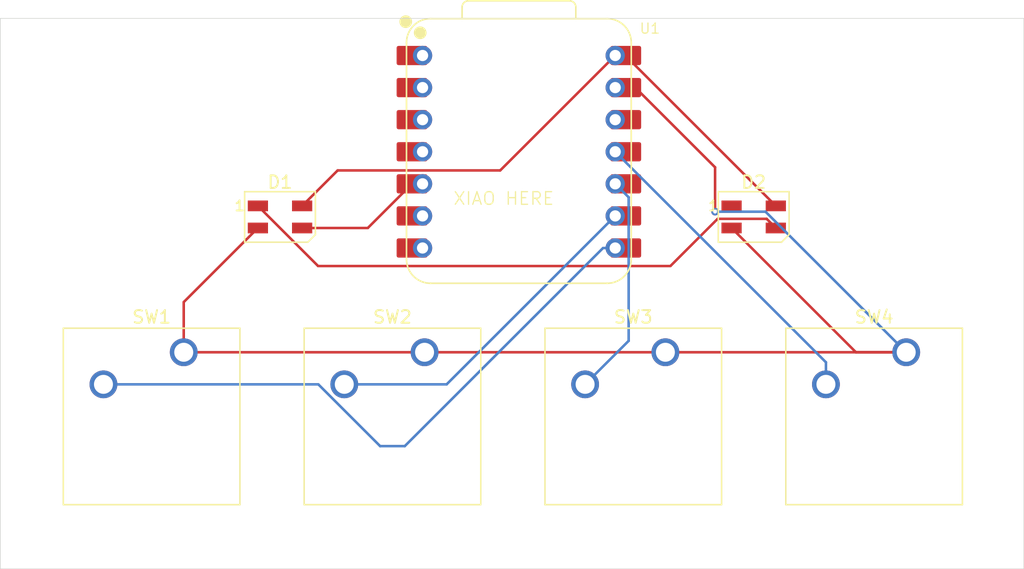
<source format=kicad_pcb>
(kicad_pcb (version 20241229) (generator "pcbnew") (generator_version "9.0")
  (layers (0 "F.Cu" signal) (2 "B.Cu" signal) (13 "F.Paste" user) (15 "B.Paste" user) (5 "F.SilkS" user "F.Silkscreen") (7 "B.SilkS" user "B.Silkscreen") (1 "F.Mask" user) (3 "B.Mask" user) (25 "Edge.Cuts" user))
  (net 0 "")
  (net 1 "+5V")
  (net 2 "GND")
  (net 3 "Net-(D1-DIN)")
  (net 4 "Net-(D1-DOUT)")
  (net 6 "Net-(U1-GPIO1{slash}RX)")
  (net 7 "Net-(U1-GPIO2{slash}SCK)")
  (net 8 "Net-(U1-GPIO4{slash}MISO)")
  (net 9 "Net-(U1-GPIO3{slash}MOSI)")
  (footprint "Button_Switch_Keyboard:SW_Cherry_MX_1.00u_PCB" (layer "F.Cu") (at 169.2275 94.9325)
    (property "Reference" "SW1" (at -2.54 -2.794 0) (layer "F.SilkS"))
    (property "Value" "SW_Push")
    (fp_line (start -9.525 -1.905) (end 4.445 -1.905) (stroke (width 0.12)) (layer "F.SilkS"))
    (fp_line (start -9.525 12.065) (end -9.525 -1.905) (stroke (width 0.12)) (layer "F.SilkS"))
    (fp_line (start 4.445 -1.905) (end 4.445 12.065) (stroke (width 0.12)) (layer "F.SilkS"))
    (fp_line (start 4.445 12.065) (end -9.525 12.065) (stroke (width 0.12)) (layer "F.SilkS"))
    (pad "" np_thru_hole circle (at -7.62 5.08) (size 1.7 1.7) (drill 1.7) (layers "*.Cu" "*.Mask"))
    (pad "" np_thru_hole circle (at -2.54 5.08) (size 4 4) (drill 4) (layers "*.Cu" "*.Mask"))
    (pad "" np_thru_hole circle (at 2.54 5.08) (size 1.7 1.7) (drill 1.7) (layers "*.Cu" "*.Mask"))
    (pad "1" thru_hole circle (at 0 0) (size 2.2 2.2) (drill 1.5) (layers "*.Cu" "*.Mask") (net 2 "GND"))
    (pad "2" thru_hole circle (at -6.35 2.54) (size 2.2 2.2) (drill 1.5) (layers "*.Cu" "*.Mask") (net 6 "Net-(U1-GPIO1{slash}RX)"))
  )
  (footprint "Button_Switch_Keyboard:SW_Cherry_MX_1.00u_PCB" (layer "F.Cu") (at 226.3775 94.9325)
    (property "Reference" "SW4" (at -2.54 -2.794 0) (layer "F.SilkS"))
    (property "Value" "SW_Push")
    (fp_line (start -9.525 -1.905) (end 4.445 -1.905) (stroke (width 0.12)) (layer "F.SilkS"))
    (fp_line (start -9.525 12.065) (end -9.525 -1.905) (stroke (width 0.12)) (layer "F.SilkS"))
    (fp_line (start 4.445 -1.905) (end 4.445 12.065) (stroke (width 0.12)) (layer "F.SilkS"))
    (fp_line (start 4.445 12.065) (end -9.525 12.065) (stroke (width 0.12)) (layer "F.SilkS"))
    (pad "" np_thru_hole circle (at -7.62 5.08) (size 1.7 1.7) (drill 1.7) (layers "*.Cu" "*.Mask"))
    (pad "" np_thru_hole circle (at -2.54 5.08) (size 4 4) (drill 4) (layers "*.Cu" "*.Mask"))
    (pad "" np_thru_hole circle (at 2.54 5.08) (size 1.7 1.7) (drill 1.7) (layers "*.Cu" "*.Mask"))
    (pad "1" thru_hole circle (at 0 0) (size 2.2 2.2) (drill 1.5) (layers "*.Cu" "*.Mask") (net 2 "GND"))
    (pad "2" thru_hole circle (at -6.35 2.54) (size 2.2 2.2) (drill 1.5) (layers "*.Cu" "*.Mask") (net 9 "Net-(U1-GPIO3{slash}MOSI)"))
  )
  (footprint "Button_Switch_Keyboard:SW_Cherry_MX_1.00u_PCB" (layer "F.Cu") (at 207.3275 94.9325)
    (property "Reference" "SW3" (at -2.54 -2.794 0) (layer "F.SilkS"))
    (property "Value" "SW_Push")
    (fp_line (start -9.525 -1.905) (end 4.445 -1.905) (stroke (width 0.12)) (layer "F.SilkS"))
    (fp_line (start -9.525 12.065) (end -9.525 -1.905) (stroke (width 0.12)) (layer "F.SilkS"))
    (fp_line (start 4.445 -1.905) (end 4.445 12.065) (stroke (width 0.12)) (layer "F.SilkS"))
    (fp_line (start 4.445 12.065) (end -9.525 12.065) (stroke (width 0.12)) (layer "F.SilkS"))
    (pad "" np_thru_hole circle (at -7.62 5.08) (size 1.7 1.7) (drill 1.7) (layers "*.Cu" "*.Mask"))
    (pad "" np_thru_hole circle (at -2.54 5.08) (size 4 4) (drill 4) (layers "*.Cu" "*.Mask"))
    (pad "" np_thru_hole circle (at 2.54 5.08) (size 1.7 1.7) (drill 1.7) (layers "*.Cu" "*.Mask"))
    (pad "1" thru_hole circle (at 0 0) (size 2.2 2.2) (drill 1.5) (layers "*.Cu" "*.Mask") (net 2 "GND"))
    (pad "2" thru_hole circle (at -6.35 2.54) (size 2.2 2.2) (drill 1.5) (layers "*.Cu" "*.Mask") (net 8 "Net-(U1-GPIO4{slash}MISO)"))
  )
  (footprint "LED_SMD:LED_SK6812MINI_PLCC4_3.5x3.5mm_P1.75mm" (layer "F.Cu") (at 214.3125 84.21875)
    (property "Reference" "D2" (at 0 -2.75 0) (layer "F.SilkS"))
    (property "Value" "SK6812MINI")
    (fp_line (start -2.8 -2) (end -2.8 2) (stroke (width 0.12)) (layer "F.SilkS"))
    (fp_line (start -2.8 -2) (end 2.8 -2) (stroke (width 0.12)) (layer "F.SilkS"))
    (fp_line (start -2.8 2) (end 2.2 2) (stroke (width 0.12)) (layer "F.SilkS"))
    (fp_line (start 2.8 1.4) (end 2.2 2) (stroke (width 0.12)) (layer "F.SilkS"))
    (fp_line (start 2.8 1.4) (end 2.8 -2) (stroke (width 0.12)) (layer "F.SilkS"))
    (fp_text user "1" (at -3.2 -0.875 0) (layer "F.SilkS") (effects (font (size 0.8 0.8))))
    (pad "1" smd rect (at -1.75 -0.875) (size 1.6 0.85) (layers "F.Cu" "F.Mask" "F.Paste"))
    (pad "2" smd rect (at -1.75 0.875) (size 1.6 0.85) (layers "F.Cu" "F.Mask" "F.Paste") (net 2 "GND"))
    (pad "3" smd rect (at 1.75 0.875) (size 1.6 0.85) (layers "F.Cu" "F.Mask" "F.Paste") (net 4 "Net-(D1-DOUT)"))
    (pad "4" smd rect (at 1.75 -0.875) (size 1.6 0.85) (layers "F.Cu" "F.Mask" "F.Paste") (net 1 "+5V"))
  )
  (footprint "OPL:XIAO-RP2040-DIP" (layer "F.Cu") (at 195.73875 79.0575)
    (property "Reference" "U1" (at 10.36125 -9.7575 0) (layer "F.SilkS") (effects (font (size 0.8 0.8) (thickness 0.1))))
    (property "Value" "XIAO-RP2040-DIP")
    (fp_line (start -8.89 8.509) (end -8.89 -8.636) (stroke (width 0.127)) (layer "F.SilkS"))
    (fp_line (start -6.985 10.414) (end 6.985 10.414) (stroke (width 0.127)) (layer "F.SilkS"))
    (fp_line (start -4.495 -10.541) (end -4.491272 -11.451272) (stroke (width 0.127)) (layer "F.SilkS"))
    (fp_line (start -3.991272 -11.951) (end 4.004 -11.951) (stroke (width 0.127)) (layer "F.SilkS"))
    (fp_line (start 4.504 -11.451) (end 4.504 -10.541) (stroke (width 0.127)) (layer "F.SilkS"))
    (fp_line (start 6.985 -10.541) (end -6.985 -10.541) (stroke (width 0.1)) (layer "F.SilkS"))
    (fp_line (start 6.985 -10.541) (end -6.985 -10.541) (stroke (width 0.127)) (layer "F.SilkS"))
    (fp_line (start 8.89 8.509) (end 8.89 -8.636) (stroke (width 0.127)) (layer "F.SilkS"))
    (fp_arc (start -8.89 -8.636) (mid -8.332038 -9.983038) (end -6.985 -10.541) (stroke (width 0.127)) (layer "F.SilkS"))
    (fp_arc (start -6.985 10.414) (mid -8.332038 9.856038) (end -8.89 8.509) (stroke (width 0.127)) (layer "F.SilkS"))
    (fp_arc (start -4.491272 -11.451272) (mid -4.344728 -11.80464) (end -3.991272 -11.951) (stroke (width 0.127)) (layer "F.SilkS"))
    (fp_arc (start 4.004 -11.951) (mid 4.357553 -11.804553) (end 4.504 -11.451) (stroke (width 0.127)) (layer "F.SilkS"))
    (fp_arc (start 6.985 -10.541) (mid 8.332038 -9.983038) (end 8.89 -8.636) (stroke (width 0.127)) (layer "F.SilkS"))
    (fp_arc (start 8.89 8.509) (mid 8.332038 9.856038) (end 6.985 10.414) (stroke (width 0.127)) (layer "F.SilkS"))
    (fp_circle (center -8.95 -10.3) (end -8.95 -10.554) (stroke (width 0.5)) (fill yes) (layer "F.SilkS"))
    (fp_circle (center -7.807 -9.42) (end -7.807 -9.674) (stroke (width 0.5)) (fill yes) (layer "F.SilkS"))
    (pad "1" smd roundrect (at -8.455 -7.62 180) (size 2.432 1.524) (layers "F.Cu" "F.Mask") (roundrect_rratio 0.1))
    (pad "1" thru_hole circle (at -7.62 -7.62 180) (size 1.524 1.524) (drill 0.889) (layers "*.Cu" "*.Mask"))
    (pad "2" smd roundrect (at -8.455 -5.08 180) (size 2.432 1.524) (layers "F.Cu" "F.Mask") (roundrect_rratio 0.1))
    (pad "2" thru_hole circle (at -7.62 -5.08 180) (size 1.524 1.524) (drill 0.889) (layers "*.Cu" "*.Mask"))
    (pad "3" smd roundrect (at -8.455 -2.54 180) (size 2.432 1.524) (layers "F.Cu" "F.Mask") (roundrect_rratio 0.1))
    (pad "3" thru_hole circle (at -7.62 -2.54 180) (size 1.524 1.524) (drill 0.889) (layers "*.Cu" "*.Mask"))
    (pad "4" smd roundrect (at -8.455 0 180) (size 2.432 1.524) (layers "F.Cu" "F.Mask") (roundrect_rratio 0.1))
    (pad "4" thru_hole circle (at -7.62 0 180) (size 1.524 1.524) (drill 0.889) (layers "*.Cu" "*.Mask"))
    (pad "5" smd roundrect (at -8.455 2.54 180) (size 2.432 1.524) (layers "F.Cu" "F.Mask") (roundrect_rratio 0.1) (net 3 "Net-(D1-DIN)"))
    (pad "5" thru_hole circle (at -7.62 2.54 180) (size 1.524 1.524) (drill 0.889) (layers "*.Cu" "*.Mask") (net 3 "Net-(D1-DIN)"))
    (pad "6" smd roundrect (at -8.455 5.08 180) (size 2.432 1.524) (layers "F.Cu" "F.Mask") (roundrect_rratio 0.1))
    (pad "6" thru_hole circle (at -7.62 5.08 180) (size 1.524 1.524) (drill 0.889) (layers "*.Cu" "*.Mask"))
    (pad "7" smd roundrect (at -8.455 7.62 180) (size 2.432 1.524) (layers "F.Cu" "F.Mask") (roundrect_rratio 0.1))
    (pad "7" thru_hole circle (at -7.62 7.62 180) (size 1.524 1.524) (drill 0.889) (layers "*.Cu" "*.Mask"))
    (pad "8" thru_hole circle (at 7.62 7.62) (size 1.524 1.524) (drill 0.889) (layers "*.Cu" "*.Mask") (net 6 "Net-(U1-GPIO1{slash}RX)"))
    (pad "8" smd roundrect (at 8.455 7.62) (size 2.432 1.524) (layers "F.Cu" "F.Mask") (roundrect_rratio 0.1) (net 6 "Net-(U1-GPIO1{slash}RX)"))
    (pad "9" thru_hole circle (at 7.62 5.08) (size 1.524 1.524) (drill 0.889) (layers "*.Cu" "*.Mask") (net 7 "Net-(U1-GPIO2{slash}SCK)"))
    (pad "9" smd roundrect (at 8.455 5.08) (size 2.432 1.524) (layers "F.Cu" "F.Mask") (roundrect_rratio 0.1) (net 7 "Net-(U1-GPIO2{slash}SCK)"))
    (pad "10" thru_hole circle (at 7.62 2.54) (size 1.524 1.524) (drill 0.889) (layers "*.Cu" "*.Mask") (net 8 "Net-(U1-GPIO4{slash}MISO)"))
    (pad "10" smd roundrect (at 8.455 2.54) (size 2.432 1.524) (layers "F.Cu" "F.Mask") (roundrect_rratio 0.1) (net 8 "Net-(U1-GPIO4{slash}MISO)"))
    (pad "11" thru_hole circle (at 7.62 0) (size 1.524 1.524) (drill 0.889) (layers "*.Cu" "*.Mask") (net 9 "Net-(U1-GPIO3{slash}MOSI)"))
    (pad "11" smd roundrect (at 8.455 0) (size 2.432 1.524) (layers "F.Cu" "F.Mask") (roundrect_rratio 0.1) (net 9 "Net-(U1-GPIO3{slash}MOSI)"))
    (pad "12" thru_hole circle (at 7.62 -2.54) (size 1.524 1.524) (drill 0.889) (layers "*.Cu" "*.Mask"))
    (pad "12" smd roundrect (at 8.455 -2.54) (size 2.432 1.524) (layers "F.Cu" "F.Mask") (roundrect_rratio 0.1))
    (pad "13" thru_hole circle (at 7.62 -5.08) (size 1.524 1.524) (drill 0.889) (layers "*.Cu" "*.Mask") (net 2 "GND"))
    (pad "13" smd roundrect (at 8.455 -5.08) (size 2.432 1.524) (layers "F.Cu" "F.Mask") (roundrect_rratio 0.1) (net 2 "GND"))
    (pad "14" thru_hole circle (at 7.62 -7.62) (size 1.524 1.524) (drill 0.889) (layers "*.Cu" "*.Mask") (net 1 "+5V"))
    (pad "14" smd roundrect (at 8.455 -7.62) (size 2.432 1.524) (layers "F.Cu" "F.Mask") (roundrect_rratio 0.1) (net 1 "+5V"))
  )
  (footprint "LED_SMD:LED_SK6812MINI_PLCC4_3.5x3.5mm_P1.75mm" (layer "F.Cu") (at 176.84375 84.21875)
    (property "Reference" "D1" (at 0 -2.75 0) (layer "F.SilkS"))
    (property "Value" "SK6812MINI")
    (fp_line (start -2.8 -2) (end -2.8 2) (stroke (width 0.12)) (layer "F.SilkS"))
    (fp_line (start -2.8 -2) (end 2.8 -2) (stroke (width 0.12)) (layer "F.SilkS"))
    (fp_line (start -2.8 2) (end 2.2 2) (stroke (width 0.12)) (layer "F.SilkS"))
    (fp_line (start 2.8 1.4) (end 2.2 2) (stroke (width 0.12)) (layer "F.SilkS"))
    (fp_line (start 2.8 1.4) (end 2.8 -2) (stroke (width 0.12)) (layer "F.SilkS"))
    (fp_text user "1" (at -3.2 -0.875 0) (layer "F.SilkS") (effects (font (size 0.8 0.8))))
    (pad "1" smd rect (at -1.75 -0.875) (size 1.6 0.85) (layers "F.Cu" "F.Mask" "F.Paste") (net 4 "Net-(D1-DOUT)"))
    (pad "2" smd rect (at -1.75 0.875) (size 1.6 0.85) (layers "F.Cu" "F.Mask" "F.Paste") (net 2 "GND"))
    (pad "3" smd rect (at 1.75 0.875) (size 1.6 0.85) (layers "F.Cu" "F.Mask" "F.Paste") (net 3 "Net-(D1-DIN)"))
    (pad "4" smd rect (at 1.75 -0.875) (size 1.6 0.85) (layers "F.Cu" "F.Mask" "F.Paste") (net 1 "+5V"))
  )
  (footprint "Button_Switch_Keyboard:SW_Cherry_MX_1.00u_PCB" (layer "F.Cu") (at 188.2775 94.9325)
    (property "Reference" "SW2" (at -2.54 -2.794 0) (layer "F.SilkS"))
    (property "Value" "SW_Push")
    (fp_line (start -9.525 -1.905) (end 4.445 -1.905) (stroke (width 0.12)) (layer "F.SilkS"))
    (fp_line (start -9.525 12.065) (end -9.525 -1.905) (stroke (width 0.12)) (layer "F.SilkS"))
    (fp_line (start 4.445 -1.905) (end 4.445 12.065) (stroke (width 0.12)) (layer "F.SilkS"))
    (fp_line (start 4.445 12.065) (end -9.525 12.065) (stroke (width 0.12)) (layer "F.SilkS"))
    (pad "" np_thru_hole circle (at -7.62 5.08) (size 1.7 1.7) (drill 1.7) (layers "*.Cu" "*.Mask"))
    (pad "" np_thru_hole circle (at -2.54 5.08) (size 4 4) (drill 4) (layers "*.Cu" "*.Mask"))
    (pad "" np_thru_hole circle (at 2.54 5.08) (size 1.7 1.7) (drill 1.7) (layers "*.Cu" "*.Mask"))
    (pad "1" thru_hole circle (at 0 0) (size 2.2 2.2) (drill 1.5) (layers "*.Cu" "*.Mask") (net 2 "GND"))
    (pad "2" thru_hole circle (at -6.35 2.54) (size 2.2 2.2) (drill 1.5) (layers "*.Cu" "*.Mask") (net 7 "Net-(U1-GPIO2{slash}SCK)"))
  )
  (gr_rect (start 154.71875 68.5) (end 235.68125 112.082539) (stroke (width 0.05)) (fill no) (layer "Edge.Cuts"))
  (gr_text "XIAO HERE" (at 190.5 83.34375 0) (layer "F.SilkS") (effects (font (size 1 1) (thickness 0.1)) (justify left bottom)))
  (segment (start 203.35875 71.4375) (end 204.15625 71.4375) (width 0.2) (layer "F.Cu") (net 1))
  (segment (start 194.26175 80.5345) (end 203.35875 71.4375) (width 0.2) (layer "F.Cu") (net 1))
  (segment (start 178.59375 83.34375) (end 181.403 80.5345) (width 0.2) (layer "F.Cu") (net 1))
  (segment (start 181.403 80.5345) (end 194.26175 80.5345) (width 0.2) (layer "F.Cu") (net 1))
  (segment (start 204.15625 71.4375) (end 216.0625 83.34375) (width 0.2) (layer "F.Cu") (net 1))
  (segment (start 211.258254 80.289504) (end 211.258254 83.803222) (width 0.2) (layer "F.Cu") (net 2))
  (segment (start 204.94625 73.9775) (end 211.258254 80.289504) (width 0.2) (layer "F.Cu") (net 2))
  (segment (start 203.35875 73.9775) (end 204.94625 73.9775) (width 0.2) (layer "F.Cu") (net 2))
  (segment (start 226.3775 94.9325) (end 222.40125 94.9325) (width 0.2) (layer "F.Cu") (net 2))
  (segment (start 188.2775 94.9325) (end 226.3775 94.9325) (width 0.2) (layer "F.Cu") (net 2))
  (segment (start 169.2275 94.9325) (end 188.2775 94.9325) (width 0.2) (layer "F.Cu") (net 2))
  (segment (start 169.2275 94.9325) (end 169.2275 90.96) (width 0.2) (layer "F.Cu") (net 2))
  (segment (start 222.40125 94.9325) (end 212.5625 85.09375) (width 0.2) (layer "F.Cu") (net 2))
  (segment (start 169.2275 90.96) (end 175.09375 85.09375) (width 0.2) (layer "F.Cu") (net 2))
  (via (at 211.258254 83.803222) (size 0.6) (drill 0.3) (layers "F.Cu" "B.Cu") (net 2))
  (segment (start 211.258254 83.803222) (end 215.248222 83.803222) (width 0.2) (layer "B.Cu") (net 2))
  (segment (start 215.248222 83.803222) (end 226.3775 94.9325) (width 0.2) (layer "B.Cu") (net 2))
  (segment (start 183.7875 85.09375) (end 187.28375 81.5975) (width 0.2) (layer "F.Cu") (net 3))
  (segment (start 178.59375 85.09375) (end 183.7875 85.09375) (width 0.2) (layer "F.Cu") (net 3))
  (segment (start 215.3365 84.36775) (end 216.0625 85.09375) (width 0.2) (layer "F.Cu") (net 4))
  (segment (start 179.85625 88.10625) (end 207.723 88.10625) (width 0.2) (layer "F.Cu") (net 4))
  (segment (start 211.4615 84.36775) (end 215.3365 84.36775) (width 0.2) (layer "F.Cu") (net 4))
  (segment (start 175.09375 83.34375) (end 179.85625 88.10625) (width 0.2) (layer "F.Cu") (net 4))
  (segment (start 207.723 88.10625) (end 211.4615 84.36775) (width 0.2) (layer "F.Cu") (net 4))
  (segment (start 202.397316 86.6775) (end 203.35875 86.6775) (width 0.2) (layer "B.Cu") (net 6))
  (segment (start 184.763684 102.3635) (end 186.711316 102.3635) (width 0.2) (layer "B.Cu") (net 6))
  (segment (start 162.8775 97.4725) (end 179.872684 97.4725) (width 0.2) (layer "B.Cu") (net 6))
  (segment (start 179.872684 97.4725) (end 184.763684 102.3635) (width 0.2) (layer "B.Cu") (net 6))
  (segment (start 186.711316 102.3635) (end 202.397316 86.6775) (width 0.2) (layer "B.Cu") (net 6))
  (segment (start 181.9275 97.4725) (end 190.02375 97.4725) (width 0.2) (layer "B.Cu") (net 7))
  (segment (start 190.02375 97.4725) (end 203.35875 84.1375) (width 0.2) (layer "B.Cu") (net 7))
  (segment (start 204.42175 82.6605) (end 203.35875 81.5975) (width 0.2) (layer "B.Cu") (net 8))
  (segment (start 204.42175 94.02825) (end 204.42175 82.6605) (width 0.2) (layer "B.Cu") (net 8))
  (segment (start 200.9775 97.4725) (end 204.42175 94.02825) (width 0.2) (layer "B.Cu") (net 8))
  (segment (start 220.0275 95.72625) (end 203.35875 79.0575) (width 0.2) (layer "B.Cu") (net 9))
  (segment (start 220.0275 97.4725) (end 220.0275 95.72625) (width 0.2) (layer "B.Cu") (net 9))
)
</source>
